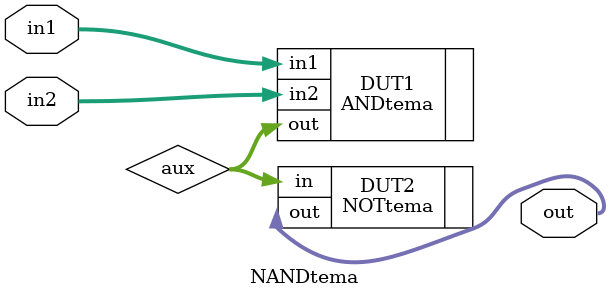
<source format=v>
module NANDtema(input[2:0] in1, input[2:0] in2, output[2:0] out);
	wire[2:0] aux;
	
	ANDtema DUT1(.in1(in1),.in2(in2),.out(aux));
	NOTtema DUT2(.in(aux),.out(out));
endmodule
</source>
